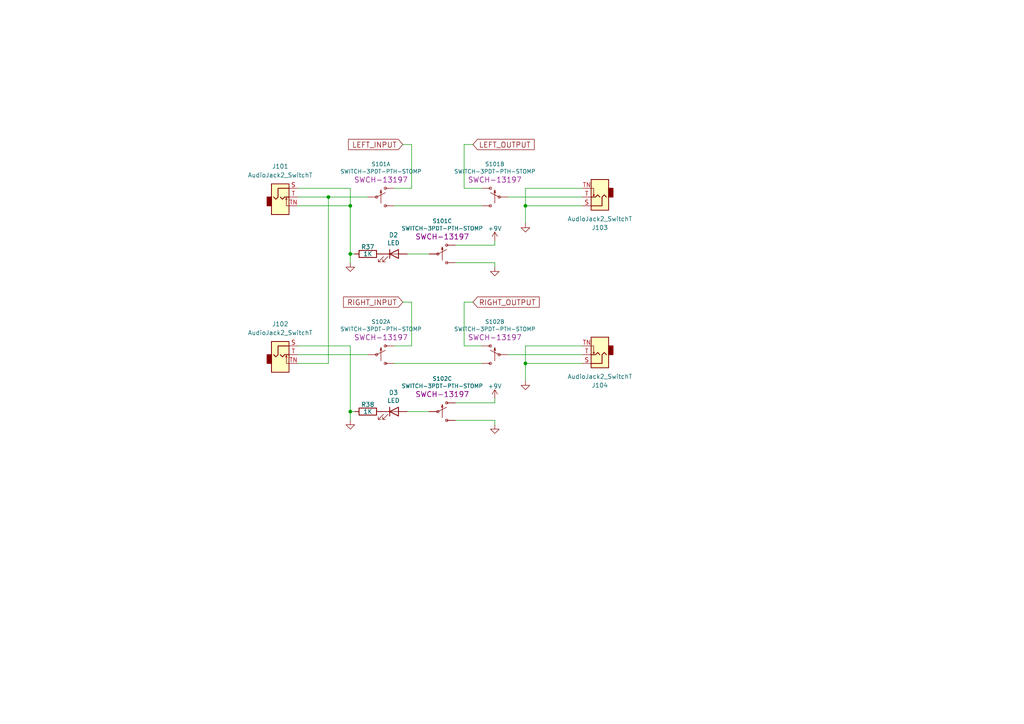
<source format=kicad_sch>
(kicad_sch (version 20250114) (generator "eeschema") (generator_version "9.0")
  (paper "A4")
  (lib_symbols
    (symbol "Connector_Audio:AudioJack2_SwitchT"
      (property "Reference" "J" (at 0 8.89 0))
      (property "Value" "AudioJack2_SwitchT" (at 0 6.35 0))
      (symbol "AudioJack2_SwitchT_0_1"
        (rectangle (start -2.54 0) (end -3.81 -2.54) (stroke (width 0.254)) (fill (type outline)))
        (polyline (pts (xy 0 0) (xy 0.635 -0.635) (xy 1.27 0) (xy 2.54 0)) (stroke (width 0.254)))
        (polyline (pts (xy 1.778 -0.254) (xy 2.032 -0.762)))
        (rectangle (start 2.54 3.81) (end -2.54 -5.08) (stroke (width 0.254)) (fill (type background)))
        (polyline (pts (xy 2.54 2.54) (xy -0.635 2.54) (xy -0.635 0) (xy -1.27 -0.635) (xy -1.905 0)) (stroke (width 0.254)))
        (polyline (pts (xy 2.54 -2.54) (xy 1.778 -2.54) (xy 1.778 -0.254) (xy 1.524 -0.762)))
      )
      (symbol "AudioJack2_SwitchT_1_1"
        (pin passive line (at 5.08 2.54 180) (length 2.54) (name "~") (number "S"))
        (pin passive line (at 5.08 0 180) (length 2.54) (name "~") (number "T"))
        (pin passive line (at 5.08 -2.54 180) (length 2.54) (name "~") (number "TN"))
      )
    )
    (symbol "Device:LED" (pin_numbers (hide yes)) (pin_names (offset 1.016) (hide yes))
      (property "Reference" "D" (at 0 2.54 0))
      (property "Value" "LED" (at 0 -2.54 0))
      (symbol "LED_0_1"
        (polyline (pts (xy -3.048 -0.762) (xy -4.572 -2.286) (xy -3.81 -2.286) (xy -4.572 -2.286) (xy -4.572 -1.524)))
        (polyline (pts (xy -1.778 -0.762) (xy -3.302 -2.286) (xy -2.54 -2.286) (xy -3.302 -2.286) (xy -3.302 -1.524)))
        (polyline (pts (xy -1.27 0) (xy 1.27 0)))
        (polyline (pts (xy -1.27 -1.27) (xy -1.27 1.27)) (stroke (width 0.254)))
        (polyline (pts (xy 1.27 -1.27) (xy 1.27 1.27) (xy -1.27 0) (xy 1.27 -1.27)) (stroke (width 0.254)))
      )
      (symbol "LED_1_1"
        (pin passive line (at -3.81 0 0) (length 2.54) (name "K") (number "1"))
        (pin passive line (at 3.81 0 180) (length 2.54) (name "A") (number "2"))
      )
    )
    (symbol "Device:R" (pin_numbers (hide yes)) (pin_names (offset 0))
      (property "Reference" "R" (at 2.032 0 90))
      (property "Value" "R" (at 0 0 90))
      (symbol "R_0_1"
        (rectangle (start -1.016 -2.54) (end 1.016 2.54) (stroke (width 0.254)))
      )
      (symbol "R_1_1"
        (pin passive line (at 0 3.81 270) (length 1.27) (name "~") (number "1"))
        (pin passive line (at 0 -3.81 90) (length 1.27) (name "~") (number "2"))
      )
    )
    (symbol "SparkFun-Switches:SWITCH-3PDT-PTH-STOMP" (pin_numbers (hide yes)) (pin_names (offset 1.016) (hide yes))
      (property "Reference" "S" (at -5.08 3.81 0))
      (property "Value" "SparkFun-Switches_SWITCH-3PDT-PTH-STOMP" (at -5.08 -5.08 0))
      (property "Campo4" "SWCH-13197" (at 0 7.62 0))
      (symbol "SWITCH-3PDT-PTH-STOMP_1_0"
        (polyline (pts (xy -2.54 0) (xy 0 1.27)))
        (polyline (pts (xy -1.27 -1.778) (xy -1.27 2.032)))
        (polyline (pts (xy 0 2.54) (xy 0.635 2.54)))
        (polyline (pts (xy 0 -2.54) (xy 0.635 -2.54)))
      )
      (symbol "SWITCH-3PDT-PTH-STOMP_1_1"
        (circle (center -2.54 0) (radius 0.3556))
        (polyline (pts (xy -1.27 2.032) (xy -1.524 1.27) (xy -1.016 1.27) (xy -1.27 2.032)) (fill (type background)))
        (circle (center 0 2.54) (radius 0.3556))
        (circle (center 0 -2.54) (radius 0.3556))
        (pin passive line (at -5.08 0 0) (length 2.54) (name "P") (number "P$2"))
        (pin passive line (at 2.54 2.54 180) (length 2.54) (name "O") (number "P$1"))
        (pin passive line (at 2.54 -2.54 180) (length 2.54) (name "S") (number "P$3"))
      )
      (symbol "SWITCH-3PDT-PTH-STOMP_2_0"
        (polyline (pts (xy -2.54 0) (xy 0 1.27)))
        (polyline (pts (xy -1.27 -1.778) (xy -1.27 2.032)))
        (polyline (pts (xy 0 2.54) (xy 0.635 2.54)))
        (polyline (pts (xy 0 -2.54) (xy 0.635 -2.54)))
      )
      (symbol "SWITCH-3PDT-PTH-STOMP_2_1"
        (circle (center -2.54 0) (radius 0.3556))
        (polyline (pts (xy -1.27 2.032) (xy -1.524 1.27) (xy -1.016 1.27) (xy -1.27 2.032)) (fill (type background)))
        (circle (center 0 2.54) (radius 0.3556))
        (circle (center 0 -2.54) (radius 0.3556))
        (pin passive line (at -5.08 0 0) (length 2.54) (name "P") (number "P$5"))
        (pin passive line (at 2.54 2.54 180) (length 2.54) (name "O") (number "P$4"))
        (pin passive line (at 2.54 -2.54 180) (length 2.54) (name "S") (number "P$6"))
      )
      (symbol "SWITCH-3PDT-PTH-STOMP_3_0"
        (polyline (pts (xy -2.54 0) (xy 0 1.27)))
        (polyline (pts (xy -1.27 -1.778) (xy -1.27 2.032)))
        (polyline (pts (xy 0 2.54) (xy 0.635 2.54)))
        (polyline (pts (xy 0 -2.54) (xy 0.635 -2.54)))
      )
      (symbol "SWITCH-3PDT-PTH-STOMP_3_1"
        (circle (center -2.54 0) (radius 0.3556))
        (polyline (pts (xy -1.27 2.032) (xy -1.524 1.27) (xy -1.016 1.27) (xy -1.27 2.032)) (fill (type background)))
        (circle (center 0 2.54) (radius 0.3556))
        (circle (center 0 -2.54) (radius 0.3556))
        (pin passive line (at -5.08 0 0) (length 2.54) (name "P") (number "P$8"))
        (pin passive line (at 2.54 2.54 180) (length 2.54) (name "O") (number "P$7"))
        (pin passive line (at 2.54 -2.54 180) (length 2.54) (name "S") (number "P$9"))
      )
    )
    (symbol "power:+9V" (power) (pin_names (offset 0))
      (property "Value" "+9V" (at 0 3.556 0))
      (symbol "+9V_0_1"
        (polyline (pts (xy -0.762 1.27) (xy 0 2.54)))
        (polyline (pts (xy 0 2.54) (xy 0.762 1.27)))
        (polyline (pts (xy 0 0) (xy 0 2.54)))
      )
      (symbol "+9V_1_1"
        (pin power_in line (at 0 0 90) (length 0) (hide yes) (name "+9V") (number "1"))
      )
    )
    (symbol "power:GND" (power) (pin_names (offset 0))
      (property "Value" "GND" (at 0 -3.81 0))
      (symbol "GND_0_1"
        (polyline (pts (xy 0 0) (xy 0 -1.27) (xy 1.27 -1.27) (xy 0 -2.54) (xy -1.27 -1.27) (xy 0 -1.27)))
      )
      (symbol "GND_1_1"
        (pin power_in line (at 0 0 270) (length 0) (hide yes) (name "GND") (number "1"))
      )
    )
  )
  (junction (at 95.25 57.15))
  (junction (at 152.4 59.69))
  (junction (at 101.6 119.38))
  (junction (at 152.4 105.41))
  (junction (at 101.6 73.66))
  (junction (at 101.6 59.69))
  (wire (pts (xy 114.3 105.41) (xy 139.7 105.41)))
  (wire (pts (xy 101.6 100.33) (xy 101.6 119.38)))
  (wire (pts (xy 147.32 57.15) (xy 168.91 57.15)))
  (wire (pts (xy 152.4 54.61) (xy 152.4 59.69)))
  (wire (pts (xy 134.62 54.61) (xy 139.7 54.61)))
  (wire (pts (xy 143.51 71.12) (xy 143.51 69.85)))
  (wire (pts (xy 101.6 59.69) (xy 101.6 73.66)))
  (wire (pts (xy 95.25 57.15) (xy 86.36 57.15)))
  (wire (pts (xy 147.32 102.87) (xy 168.91 102.87)))
  (wire (pts (xy 114.3 100.33) (xy 119.38 100.33)))
  (wire (pts (xy 143.51 121.92) (xy 143.51 123.19)))
  (wire (pts (xy 168.91 59.69) (xy 152.4 59.69)))
  (wire (pts (xy 86.36 105.41) (xy 95.25 105.41)))
  (wire (pts (xy 119.38 54.61) (xy 119.38 41.91)))
  (wire (pts (xy 114.3 54.61) (xy 119.38 54.61)))
  (wire (pts (xy 106.68 57.15) (xy 95.25 57.15)))
  (wire (pts (xy 143.51 116.84) (xy 143.51 115.57)))
  (wire (pts (xy 118.11 119.38) (xy 124.46 119.38)))
  (wire (pts (xy 119.38 41.91) (xy 116.84 41.91)))
  (wire (pts (xy 102.87 73.66) (xy 101.6 73.66)))
  (wire (pts (xy 119.38 100.33) (xy 119.38 87.63)))
  (wire (pts (xy 132.08 121.92) (xy 143.51 121.92)))
  (wire (pts (xy 134.62 100.33) (xy 139.7 100.33)))
  (wire (pts (xy 152.4 105.41) (xy 152.4 110.49)))
  (wire (pts (xy 95.25 105.41) (xy 95.25 57.15)))
  (wire (pts (xy 152.4 100.33) (xy 152.4 105.41)))
  (wire (pts (xy 86.36 100.33) (xy 101.6 100.33)))
  (wire (pts (xy 101.6 54.61) (xy 101.6 59.69)))
  (wire (pts (xy 132.08 76.2) (xy 143.51 76.2)))
  (wire (pts (xy 134.62 41.91) (xy 134.62 54.61)))
  (wire (pts (xy 152.4 59.69) (xy 152.4 64.77)))
  (wire (pts (xy 168.91 105.41) (xy 152.4 105.41)))
  (wire (pts (xy 86.36 54.61) (xy 101.6 54.61)))
  (wire (pts (xy 101.6 119.38) (xy 101.6 121.92)))
  (wire (pts (xy 137.16 41.91) (xy 134.62 41.91)))
  (wire (pts (xy 118.11 73.66) (xy 124.46 73.66)))
  (wire (pts (xy 101.6 73.66) (xy 101.6 76.2)))
  (wire (pts (xy 168.91 100.33) (xy 152.4 100.33)))
  (wire (pts (xy 168.91 54.61) (xy 152.4 54.61)))
  (wire (pts (xy 132.08 116.84) (xy 143.51 116.84)))
  (wire (pts (xy 134.62 87.63) (xy 134.62 100.33)))
  (wire (pts (xy 132.08 71.12) (xy 143.51 71.12)))
  (wire (pts (xy 119.38 87.63) (xy 116.84 87.63)))
  (wire (pts (xy 86.36 59.69) (xy 101.6 59.69)))
  (wire (pts (xy 134.62 87.63) (xy 137.16 87.63)))
  (wire (pts (xy 143.51 76.2) (xy 143.51 77.47)))
  (wire (pts (xy 106.68 102.87) (xy 86.36 102.87)))
  (wire (pts (xy 102.87 119.38) (xy 101.6 119.38)))
  (wire (pts (xy 114.3 59.69) (xy 139.7 59.69)))
  (global_label "RIGHT_INPUT" (shape input) (at 116.84 87.63 180) (effects (font (size 1.524 1.524))) (property "Intersheetrefs" "${INTERSHEET_REFS}" (effects (hide yes))) (property "Referencias entre hojas" "${INTERSHEET_REFS}" (effects (hide yes))))
  (global_label "RIGHT_OUTPUT" (shape input) (at 137.16 87.63 0) (effects (font (size 1.524 1.524))) (property "Intersheetrefs" "${INTERSHEET_REFS}" (effects (hide yes))) (property "Referencias entre hojas" "${INTERSHEET_REFS}" (effects (hide yes))))
  (global_label "LEFT_INPUT" (shape input) (at 116.84 41.91 180) (effects (font (size 1.524 1.524))) (property "Intersheetrefs" "${INTERSHEET_REFS}" (effects (hide yes))) (property "Referencias entre hojas" "${INTERSHEET_REFS}" (effects (hide yes))))
  (global_label "LEFT_OUTPUT" (shape input) (at 137.16 41.91 0) (effects (font (size 1.524 1.524))) (property "Intersheetrefs" "${INTERSHEET_REFS}" (effects (hide yes))) (property "Referencias entre hojas" "${INTERSHEET_REFS}" (effects (hide yes))))
  (symbol (lib_id "SparkFun-Switches:SWITCH-3PDT-PTH-STOMP") (at 111.76 57.15 0) (unit 1)
    (property "Reference" "S101" (at 110.49 47.5996 0) (effects (font (size 1.143 1.143))))
    (property "Value" "SWITCH-3PDT-PTH-STOMP" (at 110.49 49.7332 0) (effects (font (size 1.143 1.143))))
    (property "Footprint" "STOMP_SWITCH_3PDT" (effects (hide yes)))
    (property "Campo4" "SWCH-13197" (at 110.49 52.1462 0) (effects (font (size 1.524 1.524))))
  )
  (symbol (lib_id "SparkFun-Switches:SWITCH-3PDT-PTH-STOMP") (at 142.24 57.15 0) (mirror y) (unit 2)
    (property "Reference" "S101" (at 143.51 47.5996 0) (effects (font (size 1.143 1.143))))
    (property "Value" "SWITCH-3PDT-PTH-STOMP" (at 143.51 49.7332 0) (effects (font (size 1.143 1.143))))
    (property "Footprint" "STOMP_SWITCH_3PDT" (effects (hide yes)))
    (property "Campo4" "SWCH-13197" (at 143.51 52.1462 0) (effects (font (size 1.524 1.524))))
  )
  (symbol (lib_id "SparkFun-Switches:SWITCH-3PDT-PTH-STOMP") (at 129.54 73.66 0) (unit 3)
    (property "Reference" "S101" (at 128.27 64.1096 0) (effects (font (size 1.143 1.143))))
    (property "Value" "SWITCH-3PDT-PTH-STOMP" (at 128.27 66.2432 0) (effects (font (size 1.143 1.143))))
    (property "Footprint" "STOMP_SWITCH_3PDT" (effects (hide yes)))
    (property "Campo4" "SWCH-13197" (at 128.27 68.6562 0) (effects (font (size 1.524 1.524))))
  )
  (symbol (lib_id "Connector_Audio:AudioJack2_SwitchT") (at 81.28 102.87 0) (unit 1)
    (property "Reference" "J102" (at 81.28 93.98 0))
    (property "Value" "AudioJack2_SwitchT" (at 81.28 96.52 0))
  )
  (symbol (lib_id "Connector_Audio:AudioJack2_SwitchT") (at 173.99 102.87 180) (unit 1)
    (property "Reference" "J104" (at 173.99 111.76 0))
    (property "Value" "AudioJack2_SwitchT" (at 173.99 109.22 0))
  )
  (symbol (lib_id "SparkFun-Switches:SWITCH-3PDT-PTH-STOMP") (at 111.76 102.87 0) (unit 1)
    (property "Reference" "S102" (at 110.49 93.3196 0) (effects (font (size 1.143 1.143))))
    (property "Value" "SWITCH-3PDT-PTH-STOMP" (at 110.49 95.4532 0) (effects (font (size 1.143 1.143))))
    (property "Footprint" "STOMP_SWITCH_3PDT" (effects (hide yes)))
    (property "Campo4" "SWCH-13197" (at 110.49 97.8662 0) (effects (font (size 1.524 1.524))))
  )
  (symbol (lib_id "SparkFun-Switches:SWITCH-3PDT-PTH-STOMP") (at 142.24 102.87 0) (mirror y) (unit 2)
    (property "Reference" "S102" (at 143.51 93.3196 0) (effects (font (size 1.143 1.143))))
    (property "Value" "SWITCH-3PDT-PTH-STOMP" (at 143.51 95.4532 0) (effects (font (size 1.143 1.143))))
    (property "Footprint" "STOMP_SWITCH_3PDT" (effects (hide yes)))
    (property "Campo4" "SWCH-13197" (at 143.51 97.8662 0) (effects (font (size 1.524 1.524))))
  )
  (symbol (lib_id "Device:LED") (at 114.3 73.66 0) (unit 1)
    (property "Reference" "D2" (at 114.1222 68.1482 0))
    (property "Value" "LED" (at 114.1222 70.4596 0))
    (property "Footprint" "Connector_Wire:SolderWire-0.75sqmm_1x02_P4.8mm_D1.25mm_OD2.3mm" (effects (hide yes)))
  )
  (symbol (lib_id "Device:R") (at 106.68 73.66 90) (unit 1)
    (property "Reference" "R37" (at 106.68 71.628 90))
    (property "Value" "1K" (at 106.68 73.66 90))
    (property "Footprint" "Resistor_THT:R_Axial_DIN0204_L3.6mm_D1.6mm_P5.08mm_Horizontal" (effects (hide yes)))
  )
  (symbol (lib_id "power:+9V") (at 143.51 69.85 0) (mirror y) (unit 1)
    (property "Reference" "#PWR033" (effects (hide yes)))
    (property "Value" "+9V" (at 143.51 66.294 0))
  )
  (symbol (lib_id "SparkFun-Switches:SWITCH-3PDT-PTH-STOMP") (at 129.54 119.38 0) (unit 3)
    (property "Reference" "S102" (at 128.27 109.8296 0) (effects (font (size 1.143 1.143))))
    (property "Value" "SWITCH-3PDT-PTH-STOMP" (at 128.27 111.9632 0) (effects (font (size 1.143 1.143))))
    (property "Footprint" "STOMP_SWITCH_3PDT" (effects (hide yes)))
    (property "Campo4" "SWCH-13197" (at 128.27 114.3762 0) (effects (font (size 1.524 1.524))))
  )
  (symbol (lib_id "Device:LED") (at 114.3 119.38 0) (unit 1)
    (property "Reference" "D3" (at 114.1222 113.8682 0))
    (property "Value" "LED" (at 114.1222 116.1796 0))
    (property "Footprint" "Connector_Wire:SolderWire-0.75sqmm_1x02_P4.8mm_D1.25mm_OD2.3mm" (effects (hide yes)))
  )
  (symbol (lib_id "Device:R") (at 106.68 119.38 90) (unit 1)
    (property "Reference" "R38" (at 106.68 117.348 90))
    (property "Value" "1K" (at 106.68 119.38 90))
    (property "Footprint" "Resistor_THT:R_Axial_DIN0204_L3.6mm_D1.6mm_P5.08mm_Horizontal" (effects (hide yes)))
  )
  (symbol (lib_id "power:+9V") (at 143.51 115.57 0) (mirror y) (unit 1)
    (property "Reference" "#PWR041" (effects (hide yes)))
    (property "Value" "+9V" (at 143.51 112.014 0))
  )
  (symbol (lib_id "Connector_Audio:AudioJack2_SwitchT") (at 81.28 57.15 0) (unit 1)
    (property "Reference" "J101" (at 81.28 48.26 0))
    (property "Value" "AudioJack2_SwitchT" (at 81.28 50.8 0))
  )
  (symbol (lib_id "Connector_Audio:AudioJack2_SwitchT") (at 173.99 57.15 180) (unit 1)
    (property "Reference" "J103" (at 173.99 66.04 0))
    (property "Value" "AudioJack2_SwitchT" (at 173.99 63.5 0))
  )
  (symbol (lib_id "power:GND") (at 143.51 77.47 0) (unit 1)
    (property "Reference" "#PWR0107" (effects (hide yes)))
    (property "Value" "GND" (effects (hide yes)))
  )
  (symbol (lib_id "power:GND") (at 152.4 64.77 0) (unit 1)
    (property "Reference" "#PWR0108" (effects (hide yes)))
    (property "Value" "GND" (effects (hide yes)))
  )
  (symbol (lib_id "power:GND") (at 101.6 76.2 0) (unit 1)
    (property "Reference" "#PWR0109" (effects (hide yes)))
    (property "Value" "GND" (effects (hide yes)))
  )
  (symbol (lib_id "power:GND") (at 101.6 121.92 0) (unit 1)
    (property "Reference" "#PWR0110" (effects (hide yes)))
    (property "Value" "GND" (effects (hide yes)))
  )
  (symbol (lib_id "power:GND") (at 143.51 123.19 0) (unit 1)
    (property "Reference" "#PWR0111" (effects (hide yes)))
    (property "Value" "GND" (effects (hide yes)))
  )
  (symbol (lib_id "power:GND") (at 152.4 110.49 0) (unit 1)
    (property "Reference" "#PWR0112" (effects (hide yes)))
    (property "Value" "GND" (effects (hide yes)))
  )
)
</source>
